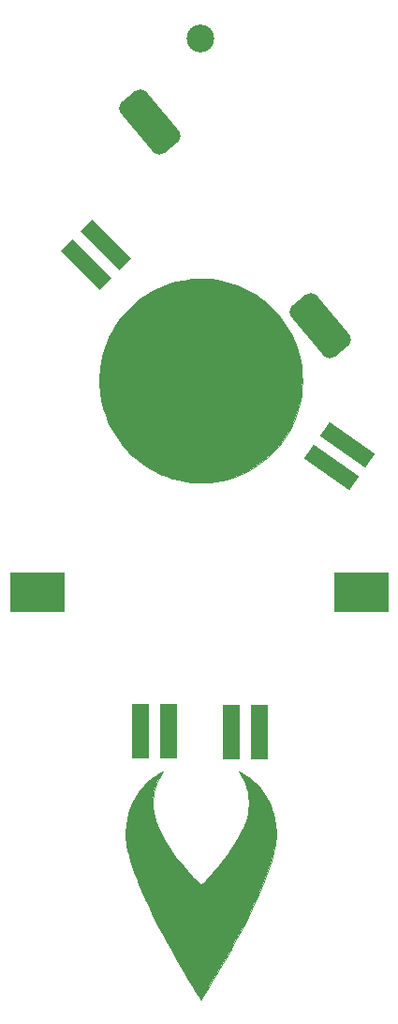
<source format=gbr>
%TF.GenerationSoftware,KiCad,Pcbnew,(6.0.5)*%
%TF.CreationDate,2022-06-01T22:24:45+02:00*%
%TF.ProjectId,rocket,726f636b-6574-42e6-9b69-6361645f7063,rev?*%
%TF.SameCoordinates,Original*%
%TF.FileFunction,Soldermask,Bot*%
%TF.FilePolarity,Negative*%
%FSLAX46Y46*%
G04 Gerber Fmt 4.6, Leading zero omitted, Abs format (unit mm)*
G04 Created by KiCad (PCBNEW (6.0.5)) date 2022-06-01 22:24:45*
%MOMM*%
%LPD*%
G01*
G04 APERTURE LIST*
G04 Aperture macros list*
%AMRoundRect*
0 Rectangle with rounded corners*
0 $1 Rounding radius*
0 $2 $3 $4 $5 $6 $7 $8 $9 X,Y pos of 4 corners*
0 Add a 4 corners polygon primitive as box body*
4,1,4,$2,$3,$4,$5,$6,$7,$8,$9,$2,$3,0*
0 Add four circle primitives for the rounded corners*
1,1,$1+$1,$2,$3*
1,1,$1+$1,$4,$5*
1,1,$1+$1,$6,$7*
1,1,$1+$1,$8,$9*
0 Add four rect primitives between the rounded corners*
20,1,$1+$1,$2,$3,$4,$5,0*
20,1,$1+$1,$4,$5,$6,$7,0*
20,1,$1+$1,$6,$7,$8,$9,0*
20,1,$1+$1,$8,$9,$2,$3,0*%
%AMRotRect*
0 Rectangle, with rotation*
0 The origin of the aperture is its center*
0 $1 length*
0 $2 width*
0 $3 Rotation angle, in degrees counterclockwise*
0 Add horizontal line*
21,1,$1,$2,0,0,$3*%
G04 Aperture macros list end*
%ADD10C,0.010000*%
%ADD11C,2.500000*%
%ADD12R,1.524000X5.000000*%
%ADD13RotRect,1.524000X5.000000X45.000000*%
%ADD14RotRect,1.524000X5.000000X55.000000*%
%ADD15R,5.000000X3.600000*%
%ADD16RoundRect,0.750000X-2.020805X1.241509X0.871739X-2.205691X2.020805X-1.241509X-0.871739X2.205691X0*%
G04 APERTURE END LIST*
%TO.C,Ref\u002A\u002A*%
G36*
X109749833Y-100134346D02*
G01*
X109738890Y-100155581D01*
X109709090Y-100204778D01*
X109664976Y-100274619D01*
X109611092Y-100357789D01*
X109610758Y-100358298D01*
X109398084Y-100720937D01*
X109218174Y-101108913D01*
X109071992Y-101519619D01*
X108960502Y-101950447D01*
X108901787Y-102274750D01*
X108858684Y-102658506D01*
X108845936Y-103036578D01*
X108864279Y-103412644D01*
X108914450Y-103790381D01*
X108997185Y-104173467D01*
X109113221Y-104565580D01*
X109263294Y-104970397D01*
X109448140Y-105391597D01*
X109579942Y-105661417D01*
X109802939Y-106077684D01*
X110058917Y-106511708D01*
X110344700Y-106959231D01*
X110657109Y-107415997D01*
X110992968Y-107877746D01*
X111349099Y-108340221D01*
X111722326Y-108799166D01*
X112109470Y-109250321D01*
X112507354Y-109689429D01*
X112865409Y-110064083D01*
X113197595Y-110402750D01*
X113402208Y-110201667D01*
X113670998Y-109929025D01*
X113954649Y-109625615D01*
X114247844Y-109297881D01*
X114545268Y-108952268D01*
X114841604Y-108595222D01*
X115131534Y-108233189D01*
X115409743Y-107872614D01*
X115670912Y-107519942D01*
X115909727Y-107181620D01*
X115986234Y-107069000D01*
X116305827Y-106574849D01*
X116588112Y-106098877D01*
X116833486Y-105640018D01*
X117042346Y-105197202D01*
X117215089Y-104769364D01*
X117352113Y-104355435D01*
X117453814Y-103954348D01*
X117520590Y-103565035D01*
X117552837Y-103186428D01*
X117552786Y-102856833D01*
X117515020Y-102400365D01*
X117440690Y-101956621D01*
X117330709Y-101528588D01*
X117185989Y-101119253D01*
X117007443Y-100731602D01*
X116795984Y-100368621D01*
X116789242Y-100358298D01*
X116735313Y-100275064D01*
X116691128Y-100205105D01*
X116661231Y-100155741D01*
X116650167Y-100134293D01*
X116650167Y-100134265D01*
X116667121Y-100137015D01*
X116713704Y-100158364D01*
X116783494Y-100194716D01*
X116870070Y-100242476D01*
X116967012Y-100298048D01*
X117067898Y-100357838D01*
X117166307Y-100418249D01*
X117231490Y-100459765D01*
X117447310Y-100605601D01*
X117644607Y-100752216D01*
X117834236Y-100908497D01*
X118027051Y-101083331D01*
X118206529Y-101258137D01*
X118452844Y-101515345D01*
X118667965Y-101765021D01*
X118859182Y-102017270D01*
X119033788Y-102282196D01*
X119199072Y-102569904D01*
X119315536Y-102795099D01*
X119484585Y-103161766D01*
X119623658Y-103524890D01*
X119739392Y-103902181D01*
X119761654Y-103986039D01*
X119833903Y-104284577D01*
X119890101Y-104563944D01*
X119931684Y-104835820D01*
X119960089Y-105111881D01*
X119976750Y-105403806D01*
X119983105Y-105723272D01*
X119983266Y-105788417D01*
X119982705Y-105967844D01*
X119980665Y-106113801D01*
X119976631Y-106235141D01*
X119970087Y-106340717D01*
X119960517Y-106439381D01*
X119947405Y-106539986D01*
X119934546Y-106624500D01*
X119868415Y-106995879D01*
X119786055Y-107377100D01*
X119686366Y-107771824D01*
X119568247Y-108183708D01*
X119430596Y-108616411D01*
X119272314Y-109073593D01*
X119092298Y-109558912D01*
X118915434Y-110011167D01*
X118673640Y-110598330D01*
X118405805Y-111215147D01*
X118113300Y-111859011D01*
X117797493Y-112527314D01*
X117459753Y-113217448D01*
X117101449Y-113926806D01*
X116723952Y-114652780D01*
X116328629Y-115392763D01*
X115916852Y-116144146D01*
X115489988Y-116904322D01*
X115049407Y-117670684D01*
X114596478Y-118440624D01*
X114132571Y-119211535D01*
X113797051Y-119758417D01*
X113692349Y-119927752D01*
X113593291Y-120088045D01*
X113502362Y-120235267D01*
X113422048Y-120365390D01*
X113354832Y-120474388D01*
X113303201Y-120558233D01*
X113269639Y-120612898D01*
X113258290Y-120631542D01*
X113227799Y-120676003D01*
X113204406Y-120699318D01*
X113201072Y-120700333D01*
X113185225Y-120683224D01*
X113151408Y-120635853D01*
X113103603Y-120564155D01*
X113045794Y-120474067D01*
X112998703Y-120398708D01*
X112778470Y-120042083D01*
X112578320Y-119717134D01*
X112395772Y-119419722D01*
X112228347Y-119145703D01*
X112073563Y-118890935D01*
X111928941Y-118651278D01*
X111792001Y-118422588D01*
X111660262Y-118200724D01*
X111531244Y-117981544D01*
X111402467Y-117760906D01*
X111271451Y-117534668D01*
X111135716Y-117298688D01*
X110992928Y-117049083D01*
X110591262Y-116337332D01*
X110200985Y-115629759D01*
X109823873Y-114929843D01*
X109461700Y-114241066D01*
X109116241Y-113566906D01*
X108789271Y-112910846D01*
X108482567Y-112276364D01*
X108197901Y-111666942D01*
X107937051Y-111086059D01*
X107851468Y-110889583D01*
X107594664Y-110280973D01*
X107363860Y-109704378D01*
X107158713Y-109158678D01*
X106978877Y-108642752D01*
X106824006Y-108155480D01*
X106693756Y-107695741D01*
X106587781Y-107262415D01*
X106505735Y-106854382D01*
X106447274Y-106470520D01*
X106423874Y-106256751D01*
X106415408Y-106123603D01*
X106410983Y-105959246D01*
X106410395Y-105774593D01*
X106413439Y-105580554D01*
X106419911Y-105388042D01*
X106429607Y-105207968D01*
X106442322Y-105051243D01*
X106447293Y-105005250D01*
X106529092Y-104469672D01*
X106646527Y-103955865D01*
X106799300Y-103464358D01*
X106987117Y-102995680D01*
X107209680Y-102550361D01*
X107466693Y-102128931D01*
X107757862Y-101731918D01*
X108082888Y-101359854D01*
X108441477Y-101013266D01*
X108833333Y-100692684D01*
X108877336Y-100659858D01*
X108964306Y-100597852D01*
X109065825Y-100529183D01*
X109176457Y-100457123D01*
X109290764Y-100384949D01*
X109403310Y-100315935D01*
X109508658Y-100253355D01*
X109601370Y-100200484D01*
X109676012Y-100160596D01*
X109727144Y-100136967D01*
X109749331Y-100132871D01*
X109749833Y-100134346D01*
G37*
D10*
X109749833Y-100134346D02*
X109738890Y-100155581D01*
X109709090Y-100204778D01*
X109664976Y-100274619D01*
X109611092Y-100357789D01*
X109610758Y-100358298D01*
X109398084Y-100720937D01*
X109218174Y-101108913D01*
X109071992Y-101519619D01*
X108960502Y-101950447D01*
X108901787Y-102274750D01*
X108858684Y-102658506D01*
X108845936Y-103036578D01*
X108864279Y-103412644D01*
X108914450Y-103790381D01*
X108997185Y-104173467D01*
X109113221Y-104565580D01*
X109263294Y-104970397D01*
X109448140Y-105391597D01*
X109579942Y-105661417D01*
X109802939Y-106077684D01*
X110058917Y-106511708D01*
X110344700Y-106959231D01*
X110657109Y-107415997D01*
X110992968Y-107877746D01*
X111349099Y-108340221D01*
X111722326Y-108799166D01*
X112109470Y-109250321D01*
X112507354Y-109689429D01*
X112865409Y-110064083D01*
X113197595Y-110402750D01*
X113402208Y-110201667D01*
X113670998Y-109929025D01*
X113954649Y-109625615D01*
X114247844Y-109297881D01*
X114545268Y-108952268D01*
X114841604Y-108595222D01*
X115131534Y-108233189D01*
X115409743Y-107872614D01*
X115670912Y-107519942D01*
X115909727Y-107181620D01*
X115986234Y-107069000D01*
X116305827Y-106574849D01*
X116588112Y-106098877D01*
X116833486Y-105640018D01*
X117042346Y-105197202D01*
X117215089Y-104769364D01*
X117352113Y-104355435D01*
X117453814Y-103954348D01*
X117520590Y-103565035D01*
X117552837Y-103186428D01*
X117552786Y-102856833D01*
X117515020Y-102400365D01*
X117440690Y-101956621D01*
X117330709Y-101528588D01*
X117185989Y-101119253D01*
X117007443Y-100731602D01*
X116795984Y-100368621D01*
X116789242Y-100358298D01*
X116735313Y-100275064D01*
X116691128Y-100205105D01*
X116661231Y-100155741D01*
X116650167Y-100134293D01*
X116650167Y-100134265D01*
X116667121Y-100137015D01*
X116713704Y-100158364D01*
X116783494Y-100194716D01*
X116870070Y-100242476D01*
X116967012Y-100298048D01*
X117067898Y-100357838D01*
X117166307Y-100418249D01*
X117231490Y-100459765D01*
X117447310Y-100605601D01*
X117644607Y-100752216D01*
X117834236Y-100908497D01*
X118027051Y-101083331D01*
X118206529Y-101258137D01*
X118452844Y-101515345D01*
X118667965Y-101765021D01*
X118859182Y-102017270D01*
X119033788Y-102282196D01*
X119199072Y-102569904D01*
X119315536Y-102795099D01*
X119484585Y-103161766D01*
X119623658Y-103524890D01*
X119739392Y-103902181D01*
X119761654Y-103986039D01*
X119833903Y-104284577D01*
X119890101Y-104563944D01*
X119931684Y-104835820D01*
X119960089Y-105111881D01*
X119976750Y-105403806D01*
X119983105Y-105723272D01*
X119983266Y-105788417D01*
X119982705Y-105967844D01*
X119980665Y-106113801D01*
X119976631Y-106235141D01*
X119970087Y-106340717D01*
X119960517Y-106439381D01*
X119947405Y-106539986D01*
X119934546Y-106624500D01*
X119868415Y-106995879D01*
X119786055Y-107377100D01*
X119686366Y-107771824D01*
X119568247Y-108183708D01*
X119430596Y-108616411D01*
X119272314Y-109073593D01*
X119092298Y-109558912D01*
X118915434Y-110011167D01*
X118673640Y-110598330D01*
X118405805Y-111215147D01*
X118113300Y-111859011D01*
X117797493Y-112527314D01*
X117459753Y-113217448D01*
X117101449Y-113926806D01*
X116723952Y-114652780D01*
X116328629Y-115392763D01*
X115916852Y-116144146D01*
X115489988Y-116904322D01*
X115049407Y-117670684D01*
X114596478Y-118440624D01*
X114132571Y-119211535D01*
X113797051Y-119758417D01*
X113692349Y-119927752D01*
X113593291Y-120088045D01*
X113502362Y-120235267D01*
X113422048Y-120365390D01*
X113354832Y-120474388D01*
X113303201Y-120558233D01*
X113269639Y-120612898D01*
X113258290Y-120631542D01*
X113227799Y-120676003D01*
X113204406Y-120699318D01*
X113201072Y-120700333D01*
X113185225Y-120683224D01*
X113151408Y-120635853D01*
X113103603Y-120564155D01*
X113045794Y-120474067D01*
X112998703Y-120398708D01*
X112778470Y-120042083D01*
X112578320Y-119717134D01*
X112395772Y-119419722D01*
X112228347Y-119145703D01*
X112073563Y-118890935D01*
X111928941Y-118651278D01*
X111792001Y-118422588D01*
X111660262Y-118200724D01*
X111531244Y-117981544D01*
X111402467Y-117760906D01*
X111271451Y-117534668D01*
X111135716Y-117298688D01*
X110992928Y-117049083D01*
X110591262Y-116337332D01*
X110200985Y-115629759D01*
X109823873Y-114929843D01*
X109461700Y-114241066D01*
X109116241Y-113566906D01*
X108789271Y-112910846D01*
X108482567Y-112276364D01*
X108197901Y-111666942D01*
X107937051Y-111086059D01*
X107851468Y-110889583D01*
X107594664Y-110280973D01*
X107363860Y-109704378D01*
X107158713Y-109158678D01*
X106978877Y-108642752D01*
X106824006Y-108155480D01*
X106693756Y-107695741D01*
X106587781Y-107262415D01*
X106505735Y-106854382D01*
X106447274Y-106470520D01*
X106423874Y-106256751D01*
X106415408Y-106123603D01*
X106410983Y-105959246D01*
X106410395Y-105774593D01*
X106413439Y-105580554D01*
X106419911Y-105388042D01*
X106429607Y-105207968D01*
X106442322Y-105051243D01*
X106447293Y-105005250D01*
X106529092Y-104469672D01*
X106646527Y-103955865D01*
X106799300Y-103464358D01*
X106987117Y-102995680D01*
X107209680Y-102550361D01*
X107466693Y-102128931D01*
X107757862Y-101731918D01*
X108082888Y-101359854D01*
X108441477Y-101013266D01*
X108833333Y-100692684D01*
X108877336Y-100659858D01*
X108964306Y-100597852D01*
X109065825Y-100529183D01*
X109176457Y-100457123D01*
X109290764Y-100384949D01*
X109403310Y-100315935D01*
X109508658Y-100253355D01*
X109601370Y-100200484D01*
X109676012Y-100160596D01*
X109727144Y-100136967D01*
X109749331Y-100132871D01*
X109749833Y-100134346D01*
G36*
X113517755Y-55680455D02*
G01*
X113756805Y-55688291D01*
X113970271Y-55700687D01*
X114059142Y-55708143D01*
X114669419Y-55786632D01*
X115267961Y-55904978D01*
X115853206Y-56061946D01*
X116423592Y-56256299D01*
X116977556Y-56486802D01*
X117513539Y-56752220D01*
X118029977Y-57051318D01*
X118525310Y-57382858D01*
X118997975Y-57745607D01*
X119446410Y-58138327D01*
X119869055Y-58559785D01*
X120264347Y-59008743D01*
X120630724Y-59483967D01*
X120966625Y-59984220D01*
X121270488Y-60508268D01*
X121540752Y-61054874D01*
X121775854Y-61622804D01*
X121871041Y-61888750D01*
X122050973Y-62480666D01*
X122189628Y-63076640D01*
X122287647Y-63674884D01*
X122345673Y-64273610D01*
X122364348Y-64871030D01*
X122344314Y-65465354D01*
X122286213Y-66054795D01*
X122190687Y-66637565D01*
X122058378Y-67211874D01*
X121889927Y-67775935D01*
X121685978Y-68327959D01*
X121447172Y-68866158D01*
X121174151Y-69388743D01*
X120867557Y-69893926D01*
X120528032Y-70379919D01*
X120156219Y-70844933D01*
X119752759Y-71287180D01*
X119318294Y-71704872D01*
X118853466Y-72096220D01*
X118358917Y-72459436D01*
X117990022Y-72699308D01*
X117450456Y-73008089D01*
X116896851Y-73277099D01*
X116328713Y-73506501D01*
X115745551Y-73696461D01*
X115146871Y-73847143D01*
X114532181Y-73958713D01*
X114046667Y-74018167D01*
X113920267Y-74027623D01*
X113760543Y-74035119D01*
X113576460Y-74040614D01*
X113376983Y-74044066D01*
X113171077Y-74045434D01*
X112967708Y-74044676D01*
X112775841Y-74041751D01*
X112604440Y-74036617D01*
X112462473Y-74029232D01*
X112416833Y-74025717D01*
X111801898Y-73951361D01*
X111197469Y-73836480D01*
X110605144Y-73681935D01*
X110026521Y-73488587D01*
X109463199Y-73257297D01*
X108916776Y-72988925D01*
X108388850Y-72684333D01*
X107881019Y-72344381D01*
X107394880Y-71969929D01*
X106932034Y-71561840D01*
X106494076Y-71120972D01*
X106082607Y-70648188D01*
X106033712Y-70587635D01*
X105678055Y-70110385D01*
X105352599Y-69605782D01*
X105059295Y-69077999D01*
X104800094Y-68531213D01*
X104576948Y-67969599D01*
X104391808Y-67397332D01*
X104246627Y-66818587D01*
X104226100Y-66720056D01*
X104172106Y-66438364D01*
X104129327Y-66179264D01*
X104096730Y-65931944D01*
X104073279Y-65685587D01*
X104057941Y-65429379D01*
X104049681Y-65152506D01*
X104047456Y-64852083D01*
X104049206Y-64593362D01*
X104054431Y-64366549D01*
X104063964Y-64161306D01*
X104078635Y-63967289D01*
X104099277Y-63774158D01*
X104126721Y-63571572D01*
X104161797Y-63349189D01*
X104174257Y-63275167D01*
X104297100Y-62678930D01*
X104459970Y-62093966D01*
X104661603Y-61522212D01*
X104900735Y-60965605D01*
X105176101Y-60426085D01*
X105486438Y-59905589D01*
X105830482Y-59406054D01*
X106206967Y-58929420D01*
X106614630Y-58477624D01*
X107052206Y-58052604D01*
X107518432Y-57656298D01*
X108012043Y-57290644D01*
X108130583Y-57210236D01*
X108665446Y-56878184D01*
X109214282Y-56586008D01*
X109776740Y-56333834D01*
X110352468Y-56121788D01*
X110941113Y-55949995D01*
X111542323Y-55818582D01*
X112155748Y-55727674D01*
X112330841Y-55709382D01*
X112529772Y-55694543D01*
X112759131Y-55684222D01*
X113007716Y-55678429D01*
X113264325Y-55677171D01*
X113517755Y-55680455D01*
G37*
X113517755Y-55680455D02*
X113756805Y-55688291D01*
X113970271Y-55700687D01*
X114059142Y-55708143D01*
X114669419Y-55786632D01*
X115267961Y-55904978D01*
X115853206Y-56061946D01*
X116423592Y-56256299D01*
X116977556Y-56486802D01*
X117513539Y-56752220D01*
X118029977Y-57051318D01*
X118525310Y-57382858D01*
X118997975Y-57745607D01*
X119446410Y-58138327D01*
X119869055Y-58559785D01*
X120264347Y-59008743D01*
X120630724Y-59483967D01*
X120966625Y-59984220D01*
X121270488Y-60508268D01*
X121540752Y-61054874D01*
X121775854Y-61622804D01*
X121871041Y-61888750D01*
X122050973Y-62480666D01*
X122189628Y-63076640D01*
X122287647Y-63674884D01*
X122345673Y-64273610D01*
X122364348Y-64871030D01*
X122344314Y-65465354D01*
X122286213Y-66054795D01*
X122190687Y-66637565D01*
X122058378Y-67211874D01*
X121889927Y-67775935D01*
X121685978Y-68327959D01*
X121447172Y-68866158D01*
X121174151Y-69388743D01*
X120867557Y-69893926D01*
X120528032Y-70379919D01*
X120156219Y-70844933D01*
X119752759Y-71287180D01*
X119318294Y-71704872D01*
X118853466Y-72096220D01*
X118358917Y-72459436D01*
X117990022Y-72699308D01*
X117450456Y-73008089D01*
X116896851Y-73277099D01*
X116328713Y-73506501D01*
X115745551Y-73696461D01*
X115146871Y-73847143D01*
X114532181Y-73958713D01*
X114046667Y-74018167D01*
X113920267Y-74027623D01*
X113760543Y-74035119D01*
X113576460Y-74040614D01*
X113376983Y-74044066D01*
X113171077Y-74045434D01*
X112967708Y-74044676D01*
X112775841Y-74041751D01*
X112604440Y-74036617D01*
X112462473Y-74029232D01*
X112416833Y-74025717D01*
X111801898Y-73951361D01*
X111197469Y-73836480D01*
X110605144Y-73681935D01*
X110026521Y-73488587D01*
X109463199Y-73257297D01*
X108916776Y-72988925D01*
X108388850Y-72684333D01*
X107881019Y-72344381D01*
X107394880Y-71969929D01*
X106932034Y-71561840D01*
X106494076Y-71120972D01*
X106082607Y-70648188D01*
X106033712Y-70587635D01*
X105678055Y-70110385D01*
X105352599Y-69605782D01*
X105059295Y-69077999D01*
X104800094Y-68531213D01*
X104576948Y-67969599D01*
X104391808Y-67397332D01*
X104246627Y-66818587D01*
X104226100Y-66720056D01*
X104172106Y-66438364D01*
X104129327Y-66179264D01*
X104096730Y-65931944D01*
X104073279Y-65685587D01*
X104057941Y-65429379D01*
X104049681Y-65152506D01*
X104047456Y-64852083D01*
X104049206Y-64593362D01*
X104054431Y-64366549D01*
X104063964Y-64161306D01*
X104078635Y-63967289D01*
X104099277Y-63774158D01*
X104126721Y-63571572D01*
X104161797Y-63349189D01*
X104174257Y-63275167D01*
X104297100Y-62678930D01*
X104459970Y-62093966D01*
X104661603Y-61522212D01*
X104900735Y-60965605D01*
X105176101Y-60426085D01*
X105486438Y-59905589D01*
X105830482Y-59406054D01*
X106206967Y-58929420D01*
X106614630Y-58477624D01*
X107052206Y-58052604D01*
X107518432Y-57656298D01*
X108012043Y-57290644D01*
X108130583Y-57210236D01*
X108665446Y-56878184D01*
X109214282Y-56586008D01*
X109776740Y-56333834D01*
X110352468Y-56121788D01*
X110941113Y-55949995D01*
X111542323Y-55818582D01*
X112155748Y-55727674D01*
X112330841Y-55709382D01*
X112529772Y-55694543D01*
X112759131Y-55684222D01*
X113007716Y-55678429D01*
X113264325Y-55677171D01*
X113517755Y-55680455D01*
%TD*%
D11*
%TO.C,REF\u002A\u002A*%
X113200000Y-34000000D03*
%TD*%
D12*
%TO.C,D1*%
X110240000Y-96500000D03*
X107700000Y-96500000D03*
%TD*%
D13*
%TO.C,D2*%
X102800000Y-54400000D03*
X104596051Y-52603949D03*
%TD*%
D14*
%TO.C,D3*%
X125029326Y-72712932D03*
X126486211Y-70632286D03*
%TD*%
D12*
%TO.C,D4*%
X118470000Y-96575000D03*
X115930000Y-96575000D03*
%TD*%
D15*
%TO.C,BT1*%
X98400000Y-84000000D03*
X127700000Y-84000000D03*
%TD*%
D16*
%TO.C,SW1*%
X108586549Y-41507467D03*
X124013452Y-59892534D03*
%TD*%
M02*

</source>
